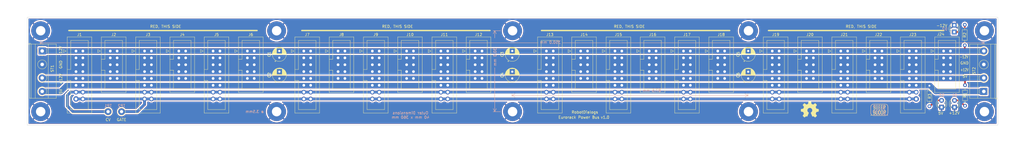
<source format=kicad_pcb>
(kicad_pcb (version 20211014) (generator pcbnew)
  (title_block (title "Eurorack Power Bus") (date "2022-02-08") (rev "v1.0") (company "RobotDialogs"))
  (layers (0 "F.Cu" signal) (31 "B.Cu" signal) (34 "B.Paste" user) (35 "F.Paste" user) (36 "B.SilkS" user "B.Silkscreen") (37 "F.SilkS" user "F.Silkscreen") (38 "B.Mask" user) (39 "F.Mask" user) (44 "Edge.Cuts" user))
  (net 0 "")
  (net 1 "+12V")
  (net 2 "GND")
  (net 3 "-12V")
  (net 4 "+5V")
  (net 5 "CV")
  (net 6 "GATE")
  (net 7 "Net-(D2-Pad1)")
  (net 8 "Net-(D1-Pad2)")
  (net 9 "Net-(D3-Pad2)")
  (footprint "MountingHole:MountingHole_3.5mm_Pad_TopBottom" (layer "F.Cu") (at 41.07 185.31)
    (fp_text reference "H6" hide)
    (fp_text value "MountingHole_Pad")
  )
  (footprint "TestPoint:TestPoint_THTPad_D2.5mm_Drill1.2mm" (layer "F.Cu") (at 66.07 185.31)
    (fp_text reference "TP1")
    (fp_text value "CV")
  )
  (footprint "Connector_IDC:IDC-Header_2x05_P2.54mm_Vertical" (layer "F.Cu") (at 350.510475 162.84)
    (fp_text reference "J22")
    (fp_text value "Conn_02x05_Odd_Even")
  )
  (footprint "Connector_IDC:IDC-Header_2x08_P2.54mm_Vertical" (layer "F.Cu") (at 138.65162 162.84)
    (fp_text reference "J7")
    (fp_text value "Conn_02x08_Odd_Even")
  )
  (footprint "Connector_IDC:IDC-Header_2x05_P2.54mm_Vertical" (layer "F.Cu") (at 151.361377 162.84)
    (fp_text reference "J8")
    (fp_text value "Conn_02x05_Odd_Even")
  )
  (footprint "TestPoint:TestPoint_THTPad_D2.5mm_Drill1.2mm" (layer "F.Cu") (at 71.07 185.31)
    (fp_text reference "TP2")
    (fp_text value "GATE")
  )
  (footprint "Connector_IDC:IDC-Header_2x08_P2.54mm_Vertical" (layer "F.Cu") (at 363.220232 162.84)
    (fp_text reference "J23")
    (fp_text value "Conn_02x08_Odd_Even")
  )
  (footprint "MountingHole:MountingHole_3.5mm_Pad_TopBottom" (layer "F.Cu") (at 391.07 155.31)
    (fp_text reference "H5" hide)
    (fp_text value "MountingHole_Pad")
  )
  (footprint "Connector_IDC:IDC-Header_2x08_P2.54mm_Vertical" (layer "F.Cu") (at 279.467743 162.84)
    (fp_text reference "J17")
    (fp_text value "Conn_02x08_Odd_Even")
  )
  (footprint "MountingHole:MountingHole_3.5mm_Pad_TopBottom" (layer "F.Cu") (at 391.07 185.31)
    (fp_text reference "H10" hide)
    (fp_text value "MountingHole_Pad")
  )
  (footprint "Connector_IDC:IDC-Header_2x05_P2.54mm_Vertical" (layer "F.Cu") (at 266.757986 162.84)
    (fp_text reference "J16")
    (fp_text value "Conn_02x05_Odd_Even")
  )
  (footprint "Connector_IDC:IDC-Header_2x05_P2.54mm_Vertical" (layer "F.Cu") (at 325.090961 162.84)
    (fp_text reference "J20")
    (fp_text value "Conn_02x05_Odd_Even")
  )
  (footprint "MountingHole:MountingHole_3.5mm_Pad_TopBottom" (layer "F.Cu") (at 128.57 155.31)
    (fp_text reference "H2" hide)
    (fp_text value "MountingHole_Pad")
  )
  (footprint "Connector_IDC:IDC-Header_2x08_P2.54mm_Vertical" (layer "F.Cu") (at 254.048229 162.84)
    (fp_text reference "J15")
    (fp_text value "Conn_02x08_Odd_Even")
  )
  (footprint "Symbol:OSHW-Symbol_6.7x6mm_SilkScreen" (layer "F.Cu") (at 326.3 184.52)
    (fp_text reference "LOGO1" hide)
    (fp_text value "Logo_Open_Hardware_Small" hide)
  )
  (footprint "LED_THT:LED_D3.0mm" (layer "F.Cu") (at 375.17 183.673 90)
    (fp_text reference "D3")
    (fp_text value "+5_LED")
  )
  (footprint "Resistor_THT:R_Axial_DIN0204_L3.6mm_D1.6mm_P7.62mm_Horizontal" (layer "F.Cu") (at 383.87 175.5 -90)
    (fp_text reference "R1")
    (fp_text value "R")
  )
  (footprint "LED_THT:LED_D3.0mm" (layer "F.Cu") (at 379.87 155.785 90)
    (fp_text reference "D2")
    (fp_text value "-12_LED")
  )
  (footprint "Connector_IDC:IDC-Header_2x08_P2.54mm_Vertical" (layer "F.Cu") (at 54.1775 162.84)
    (fp_text reference "J1")
    (fp_text value "Conn_02x08_Odd_Even")
  )
  (footprint "Connector_IDC:IDC-Header_2x05_P2.54mm_Vertical" (layer "F.Cu") (at 176.780891 162.84)
    (fp_text reference "J10")
    (fp_text value "Conn_02x05_Odd_Even")
  )
  (footprint "Connector_IDC:IDC-Header_2x05_P2.54mm_Vertical" (layer "F.Cu") (at 92.306771 162.84)
    (fp_text reference "J4")
    (fp_text value "Conn_02x05_Odd_Even")
  )
  (footprint "Connector_IDC:IDC-Header_2x08_P2.54mm_Vertical" (layer "F.Cu") (at 312.381204 162.84)
    (fp_text reference "J19")
    (fp_text value "Conn_02x08_Odd_Even")
  )
  (footprint "Connector_IDC:IDC-Header_2x05_P2.54mm_Vertical" (layer "F.Cu") (at 292.1775 162.84)
    (fp_text reference "J18")
    (fp_text value "Conn_02x05_Odd_Even")
  )
  (footprint "MountingHole:MountingHole_3.5mm_Pad_TopBottom" (layer "F.Cu") (at 216.07 155.31)
    (fp_text reference "H3" hide)
    (fp_text value "MountingHole_Pad")
  )
  (footprint "TerminalBlock_Phoenix:TerminalBlock_Phoenix_MKDS-1,5-4_1x04_P5.00mm_Horizontal" (layer "F.Cu") (at 41.625 162.81 -90)
    (fp_text reference "ST1")
    (fp_text value "Screw_Terminal_01x04")
  )
  (footprint "Connector_IDC:IDC-Header_2x08_P2.54mm_Vertical" (layer "F.Cu") (at 79.597014 162.84)
    (fp_text reference "J3")
    (fp_text value "Conn_02x08_Odd_Even")
  )
  (footprint "Connector_IDC:IDC-Header_2x05_P2.54mm_Vertical" (layer "F.Cu") (at 66.887257 162.84)
    (fp_text reference "J2")
    (fp_text value "Conn_02x05_Odd_Even")
  )
  (footprint "Capacitor_THT:CP_Radial_D5.0mm_P2.50mm" (layer "F.Cu") (at 129.57 165.31 90)
    (fp_text reference "C1")
    (fp_text value "100uF")
  )
  (footprint "MountingHole:MountingHole_3.5mm_Pad_TopBottom" (layer "F.Cu") (at 303.57 185.31)
    (fp_text reference "H9" hide)
    (fp_text value "MountingHole_Pad")
  )
  (footprint "Connector_IDC:IDC-Header_2x05_P2.54mm_Vertical" (layer "F.Cu") (at 375.93 162.84)
    (fp_text reference "J24")
    (fp_text value "Conn_02x05_Odd_Even")
  )
  (footprint "Connector_IDC:IDC-Header_2x05_P2.54mm_Vertical" (layer "F.Cu") (at 117.726285 162.84)
    (fp_text reference "J6")
    (fp_text value "Conn_02x05_Odd_Even")
  )
  (footprint "Resistor_THT:R_Axial_DIN0204_L3.6mm_D1.6mm_P7.62mm_Horizontal" (layer "F.Cu") (at 383.77 153.1 -90)
    (fp_text reference "R2")
    (fp_text value "R")
  )
  (footprint "Connector_IDC:IDC-Header_2x08_P2.54mm_Vertical" (layer "F.Cu") (at 189.490648 162.84)
    (fp_text reference "J11")
    (fp_text value "Conn_02x08_Odd_Even")
  )
  (footprint "Capacitor_THT:CP_Radial_D5.0mm_P2.50mm" (layer "F.Cu") (at 215.96 173 90)
    (fp_text reference "C4")
    (fp_text value "100uF")
  )
  (footprint "Connector_IDC:IDC-Header_2x08_P2.54mm_Vertical" (layer "F.Cu") (at 105.016528 162.84)
    (fp_text reference "J5")
    (fp_text value "Conn_02x08_Odd_Even")
  )
  (footprint "Connector_IDC:IDC-Header_2x05_P2.54mm_Vertical" (layer "F.Cu") (at 241.338472 162.84)
    (fp_text reference "J14")
    (fp_text value "Conn_02x05_Odd_Even")
  )
  (footprint "MountingHole:MountingHole_3.5mm_Pad_TopBottom" (layer "F.Cu") (at 41.07 155.31)
    (fp_text reference "H1" hide)
    (fp_text value "MountingHole_Pad")
  )
  (footprint "Connector_IDC:IDC-Header_2x08_P2.54mm_Vertical" (layer "F.Cu") (at 337.800718 162.84)
    (fp_text reference "J21")
    (fp_text value "Conn_02x08_Odd_Even")
  )
  (footprint "MountingHole:MountingHole_3.5mm_Pad_TopBottom" (layer "F.Cu") (at 128.57 185.31)
    (fp_text reference "H7" hide)
    (fp_text value "MountingHole_Pad")
  )
  (footprint "MountingHole:MountingHole_3.5mm_Pad_TopBottom" (layer "F.Cu") (at 303.57 155.31)
    (fp_text reference "H4" hide)
    (fp_text value "MountingHole_Pad")
  )
  (footprint "My Stuff:Logo1" (layer "F.Cu") (at 352.1 184.62)
    (fp_text reference "LOGO2" hide)
    (fp_text value "logo1" hide)
  )
  (footprint "Capacitor_THT:CP_Radial_D5.0mm_P2.50mm" (layer "F.Cu") (at 215.96 165.31 90)
    (fp_text reference "C3")
    (fp_text value "100uF")
  )
  (footprint "Connector_IDC:IDC-Header_2x05_P2.54mm_Vertical" (layer "F.Cu") (at 202.200405 162.84)
    (fp_text reference "J12")
    (fp_text value "Conn_02x05_Odd_Even")
  )
  (footprint "TerminalBlock_Phoenix:TerminalBlock_Phoenix_MKDS-1,5-4_1x04_P5.00mm_Horizontal" (layer "F.Cu") (at 390.839 177.826 90)
    (fp_text reference "ST2")
    (fp_text value "Screw_Terminal_01x04")
  )
  (footprint "MountingHole:MountingHole_3.5mm_Pad_TopBottom" (layer "F.Cu") (at 216.07 185.31)
    (fp_text reference "H8" hide)
    (fp_text value "MountingHole_Pad")
  )
  (footprint "Connector_IDC:IDC-Header_2x08_P2.54mm_Vertical" (layer "F.Cu") (at 228.628715 162.84)
    (fp_text reference "J13")
    (fp_text value "Conn_02x08_Odd_Even")
  )
  (footprint "Capacitor_THT:CP_Radial_D5.0mm_P2.50mm" (layer "F.Cu") (at 303.463 173.015113 90)
    (fp_text reference "C6")
    (fp_text value "100uF")
  )
  (footprint "Capacitor_THT:CP_Radial_D5.0mm_P2.50mm" (layer "F.Cu") (at 303.463 165.31 90)
    (fp_text reference "C5")
    (fp_text value "100uF")
  )
  (footprint "Resistor_THT:R_Axial_DIN0204_L3.6mm_D1.6mm_P7.62mm_Horizontal" (layer "F.Cu") (at 370.67 175.7 -90)
    (fp_text reference "R3")
    (fp_text value "R")
  )
  (footprint "My Stuff:Logo2" (layer "F.Cu") (at 352.1 184.62)
    (fp_text reference "LOGO3" hide)
    (fp_text value "logo1" hide)
  )
  (footprint "LED_THT:LED_D3.0mm" (layer "F.Cu") (at 379.97 183.685 90)
    (fp_text reference "D1")
    (fp_text value "+12_LED")
  )
  (footprint "Capacitor_THT:CP_Radial_D5.0mm_P2.50mm" (layer "F.Cu") (at 129.6 173 90)
    (fp_text reference "C2")
    (fp_text value "100uF")
  )
  (footprint "Connector_IDC:IDC-Header_2x08_P2.54mm_Vertical" (layer "F.Cu") (at 164.071134 162.84)
    (fp_text reference "J9")
    (fp_text value "Conn_02x08_Odd_Even")
  )
  (gr_line (start 207.72 155.23) (end 137.9 155.23) (layer "F.SilkS") (width 0.5))
  (gr_line (start 121.33 155.23) (end 51.51 155.23) (layer "F.SilkS") (width 0.5))
  (gr_line (start 376.01 155.23) (end 310.97 155.23) (layer "F.SilkS") (width 0.5))
  (gr_line (start 296.6 155.23) (end 226.78 155.23) (layer "F.SilkS") (width 0.5))
  (gr_rect (start 36.07 150.31) (end 396.07 190.31) (layer "Edge.Cuts") (width 0.1) (fill none))
  (gr_text "ø 3.5mm" (at 120.38 185.3) (layer "B.SilkS") (effects (font (size 1 1)) (justify mirror)))
  (gr_text "Outer Dimensions\n40 mm x 360 mm" (at 178.21 186.61) (layer "B.SilkS") (effects (font (size 1 1)) (justify mirror)))
  (gr_text "RED, THIS SIDE" (at 87.41 153.74) (layer "F.SilkS") (effects (font (size 1 1))))
  (gr_text "5V" (at 374.87 185.91) (layer "F.SilkS") (effects (font (size 1 1))))
  (gr_text "+12V" (at 379.87 185.81) (layer "F.SilkS") (effects (font (size 1 1))))
  (gr_text "RED, THIS SIDE" (at 345.38 153.74) (layer "F.SilkS") (effects (font (size 1 1))))
  (gr_text "GATE" (at 71.07 188.31) (layer "F.SilkS") (effects (font (size 1 1))))
  (gr_text "5V" (at 48.52 177.8 90) (layer "F.SilkS") (effects (font (size 1 1))))
  (gr_text "+12V" (at 383.67 169.81) (layer "F.SilkS") (effects (font (size 1 0.75))))
  (gr_text "GND" (at 383.67 167.31) (layer "F.SilkS") (effects (font (size 1 1))))
  (gr_text "RobotDialogs" (at 242.87 185.51) (layer "F.SilkS") (effects (font (size 1 1))))
  (gr_text "RED, THIS SIDE" (at 259.39 153.74) (layer "F.SilkS") (effects (font (size 1 1))))
  (gr_text "-12V" (at 383.47 165.01) (layer "F.SilkS") (effects (font (size 1 0.8))))
  (gr_text "CV" (at 66.07 188.31) (layer "F.SilkS") (effects (font (size 1 1))))
  (gr_text "Eurorack Power Bus" (at 240.67 187.41) (layer "F.SilkS") (effects (font (size 1 1))))
  (gr_text "5V" (at 383.87 172.21) (layer "F.SilkS") (effects (font (size 1 1))))
  (gr_text "GND" (at 48.52 167.85 90) (layer "F.SilkS") (effects (font (size 1 1))))
  (gr_text "v1.0\n" (at 250.37 187.41) (layer "F.SilkS") (effects (font (size 1 1))))
  (gr_text "-12V" (at 48.47 163.01 90) (layer "F.SilkS") (effects (font (size 1 1))))
  (gr_text "RED, THIS SIDE" (at 173.4 153.74) (layer "F.SilkS") (effects (font (size 1 1))))
  (gr_text "+12V" (at 48.52 173.21 90) (layer "F.SilkS") (effects (font (size 1 1))))
  (gr_text "-12V" (at 375.27 153.41) (layer "F.SilkS") (effects (font (size 1 1))))
  (dimension (type aligned) (layer "B.SilkS") (pts (xy 212.029999 155.31) (xy 212.029999 185.31)) (height 2.559999) (gr_text "    30.0 mm" (at 209.57 163.51 90) (layer "B.SilkS") (effects (font (size 1 1) (thickness 0.15)) (justify mirror))) (format (prefix "    ") (units 3) (units_format 1) (precision 1)) (style (thickness 0.15) (arrow_length 1.27) (text_position_mode 2) (extension_height 0.58642) (extension_offset 0.5) keep_text_aligned))
  (dimension (type aligned) (layer "B.SilkS") (pts (xy 215.87 180.21) (xy 303.37 180.21)) (height -0.9) (gr_text "87.5 mm" (at 267.71 177.51) (layer "B.SilkS") (effects (font (size 1 1) (thickness 0.15)) (justify mirror))) (format (units 3) (units_format 1) (precision 1)) (style (thickness 0.15) (arrow_length 1.27) (text_position_mode 2) (extension_height 0.58642) (extension_offset 0.5) keep_text_aligned))
  (dimension (type aligned) (layer "B.SilkS") (pts (xy 40.93 158.71) (xy 390.93 158.71)) (height 1.1) (gr_text "350.0 mm" (at 230.07 159.61) (layer "B.SilkS") (effects (font (size 1 1) (thickness 0.15)) (justify mirror))) (format (units 3) (units_format 1) (precision 1)) (style (thickness 0.15) (arrow_length 1.27) (text_position_mode 2) (extension_height 0.58642) (extension_offset 0.5) keep_text_aligned))
  (segment (start 383.87 175.667) (end 383.87 173.143) (width 0.6) (layer "F.Cu") (net 1))
  (segment (start 41.815 173) (end 41.625 172.81) (width 2) (layer "F.Cu") (net 1))
  (segment (start 390.839 172.826) (end 383.901 172.826) (width 2) (layer "F.Cu") (net 1))
  (segment (start 383.87 173.143) (end 383.727 173) (width 0.6) (layer "F.Cu") (net 1))
  (segment (start 383.901 172.826) (end 383.727 173) (width 2) (layer "F.Cu") (net 1))
  (segment (start 383.727 173) (end 41.815 173) (width 2) (layer "F.Cu") (net 1))
  (segment (start 383.727 173) (end 41.815 173) (width 2) (layer "B.Cu") (net 1))
  (segment (start 390.839 172.826) (end 383.901 172.826) (width 2) (layer "B.Cu") (net 1))
  (segment (start 41.815 173) (end 41.625 172.81) (width 2) (layer "B.Cu") (net 1))
  (segment (start 383.901 172.826) (end 383.727 173) (width 2) (layer "B.Cu") (net 1))
  (segment (start 383.87 162.81) (end 390.823 162.81) (width 2) (layer "F.Cu") (net 3))
  (segment (start 41.625 162.81) (end 383.87 162.81) (width 2) (layer "F.Cu") (net 3))
  (segment (start 390.823 162.81) (end 390.839 162.826) (width 2) (layer "F.Cu") (net 3))
  (segment (start 383.77 160.72) (end 383.77 162.71) (width 0.6) (layer "F.Cu") (net 3))
  (segment (start 383.77 162.71) (end 383.87 162.81) (width 0.6) (layer "F.Cu") (net 3))
  (segment (start 41.6 162.82) (end 390.798 162.82) (width 2) (layer "B.Cu") (net 3))
  (segment (start 370.9 175.667) (end 50.653 175.667) (width 2) (layer "F.Cu") (net 4))
  (segment (start 390.839 177.826) (end 373.059 177.826) (width 2) (layer "F.Cu") (net 4))
  (segment (start 50.653 175.667) (end 48.51 177.81) (width 2) (layer "F.Cu") (net 4))
  (segment (start 373.059 177.826) (end 370.9 175.667) (width 2) (layer "F.Cu") (net 4))
  (segment (start 48.51 177.81) (end 41.625 177.81) (width 2) (layer "F.Cu") (net 4))
  (segment (start 373.059 177.826) (end 370.9 175.667) (width 2) (layer "B.Cu") (net 4))
  (segment (start 390.839 177.826) (end 373.059 177.826) (width 2) (layer "B.Cu") (net 4))
  (segment (start 48.51 177.81) (end 41.625 177.81) (width 2) (layer "B.Cu") (net 4))
  (segment (start 370.9 175.667) (end 50.653 175.667) (width 2) (layer "B.Cu") (net 4))
  (segment (start 50.653 175.667) (end 48.51 177.81) (width 2) (layer "B.Cu") (net 4))
  (segment (start 50.97 183.21) (end 50.97 179.31) (width 1) (layer "F.Cu") (net 5))
  (segment (start 52.2 178.08) (end 54.1775 178.08) (width 1) (layer "F.Cu") (net 5))
  (segment (start 53.07 185.31) (end 50.97 183.21) (width 1) (layer "F.Cu") (net 5))
  (segment (start 50.97 179.31) (end 52.2 178.08) (width 1) (layer "F.Cu") (net 5))
  (segment (start 365.760232 178.08) (end 54.1775 178.08) (width 1) (layer "F.Cu") (net 5))
  (segment (start 66.07 185.31) (end 53.07 185.31) (width 1) (layer "F.Cu") (net 5))
  (segment (start 66.07 185.31) (end 53.07 185.31) (width 1) (layer "B.Cu") (net 5))
  (segment (start 53.07 185.31) (end 50.97 183.21) (width 1) (layer "B.Cu") (net 5))
  (segment (start 50.97 183.21) (end 50.97 179.31) (width 1) (layer "B.Cu") (net 5))
  (segment (start 50.97 179.31) (end 52.2 178.08) (width 1) (layer "B.Cu") (net 5))
  (segment (start 54.1775 178.08) (end 365.760232 178.08) (width 1) (layer "B.Cu") (net 5))
  (segment (start 52.2 178.08) (end 54.1775 178.08) (width 1) (layer "B.Cu") (net 5))
  (segment (start 79.597014 180.62) (end 79.597014 182.682986) (width 1) (layer "F.Cu") (net 6))
  (segment (start 365.750721 180.610489) (end 365.760232 180.62) (width 2) (layer "F.Cu") (net 6))
  (segment (start 54.1775 180.62) (end 54.187011 180.610489) (width 2) (layer "F.Cu") (net 6))
  (segment (start 54.187011 180.610489) (end 365.750721 180.610489) (width 1) (layer "F.Cu") (net 6))
  (segment (start 76.97 185.31) (end 71.07 185.31) (width 1) (layer "F.Cu") (net 6))
  (segment (start 79.597014 182.682986) (end 76.97 185.31) (width 1) (layer "F.Cu") (net 6))
  (segment (start 76.87 185.31) (end 79.597014 182.582986) (width 1) (layer "B.Cu") (net 6))
  (segment (start 365.750721 180.610489) (end 54.187011 180.610489) (width 1) (layer "B.Cu") (net 6))
  (segment (start 71.07 185.31) (end 76.87 185.31) (width 1) (layer "B.Cu") (net 6))
  (segment (start 79.597014 182.582986) (end 79.597014 180.62) (width 1) (layer "B.Cu") (net 6))
  (segment (start 54.187011 180.610489) (end 54.1775 180.62) (width 2) (layer "B.Cu") (net 6))
  (segment (start 365.760232 180.62) (end 365.750721 180.610489) (width 2) (layer "B.Cu") (net 6))
  (segment (start 383.095 155.785) (end 379.87 155.785) (width 0.6) (layer "F.Cu") (net 7))
  (segment (start 383.77 153.1) (end 383.77 155.11) (width 0.6) (layer "F.Cu") (net 7))
  (segment (start 383.77 155.11) (end 383.095 155.785) (width 0.6) (layer "F.Cu") (net 7))
  (segment (start 381.716 181.133) (end 383.87 183.287) (width 0.6) (layer "F.Cu") (net 8))
  (segment (start 380.298 181.133) (end 381.716 181.133) (width 0.6) (layer "F.Cu") (net 8))
  (segment (start 373.054 181.133) (end 370.9 183.287) (width 0.6) (layer "F.Cu") (net 9))
  (segment (start 374.837 181.133) (end 373.054 181.133) (width 0.6) (layer "F.Cu") (net 9))
  (zone (net 2) (net_name "GND") (layers F&B.Cu) (connect_pads (clearance 0.508)) (min_thickness 0.254) (fill yes (thermal_gap 0.508) (thermal_bridge_width 0.508))
    (polygon (pts (xy 395.57 189.81) (xy 36.57 189.81) (xy 36.57 150.81) (xy 395.57 150.81)))
  )
  (zone (net 2) (net_name "GND") (layers F&B.Cu) (connect_pads yes (clearance 0.508)) (min_thickness 0.254) (fill yes (thermal_gap 0.508) (thermal_bridge_width 0.508))
    (polygon (pts (xy 393.4 165.92) (xy 393.4 169.62) (xy 378.5 171.52) (xy 54.2 171.52) (xy 39.4 169.82) (xy 39.4 165.72) (xy 54.2 164.32) (xy 378.5 164.32)))
  )
)
</source>
